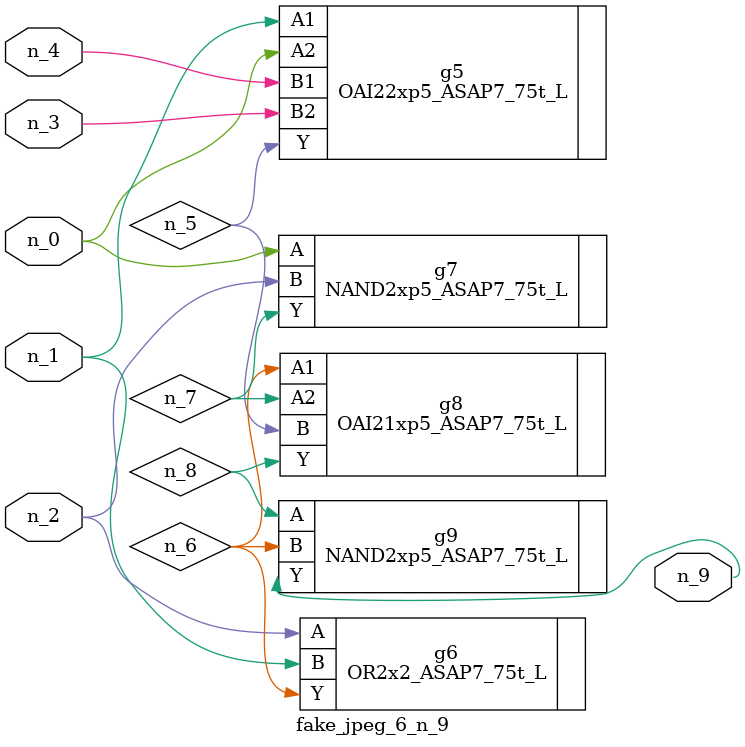
<source format=v>
module fake_jpeg_6_n_9 (n_3, n_2, n_1, n_0, n_4, n_9);

input n_3;
input n_2;
input n_1;
input n_0;
input n_4;

output n_9;

wire n_8;
wire n_6;
wire n_5;
wire n_7;

OAI22xp5_ASAP7_75t_L g5 ( 
.A1(n_1),
.A2(n_0),
.B1(n_4),
.B2(n_3),
.Y(n_5)
);

OR2x2_ASAP7_75t_L g6 ( 
.A(n_2),
.B(n_1),
.Y(n_6)
);

NAND2xp5_ASAP7_75t_L g7 ( 
.A(n_0),
.B(n_2),
.Y(n_7)
);

OAI21xp5_ASAP7_75t_L g8 ( 
.A1(n_6),
.A2(n_7),
.B(n_5),
.Y(n_8)
);

NAND2xp5_ASAP7_75t_L g9 ( 
.A(n_8),
.B(n_6),
.Y(n_9)
);


endmodule
</source>
